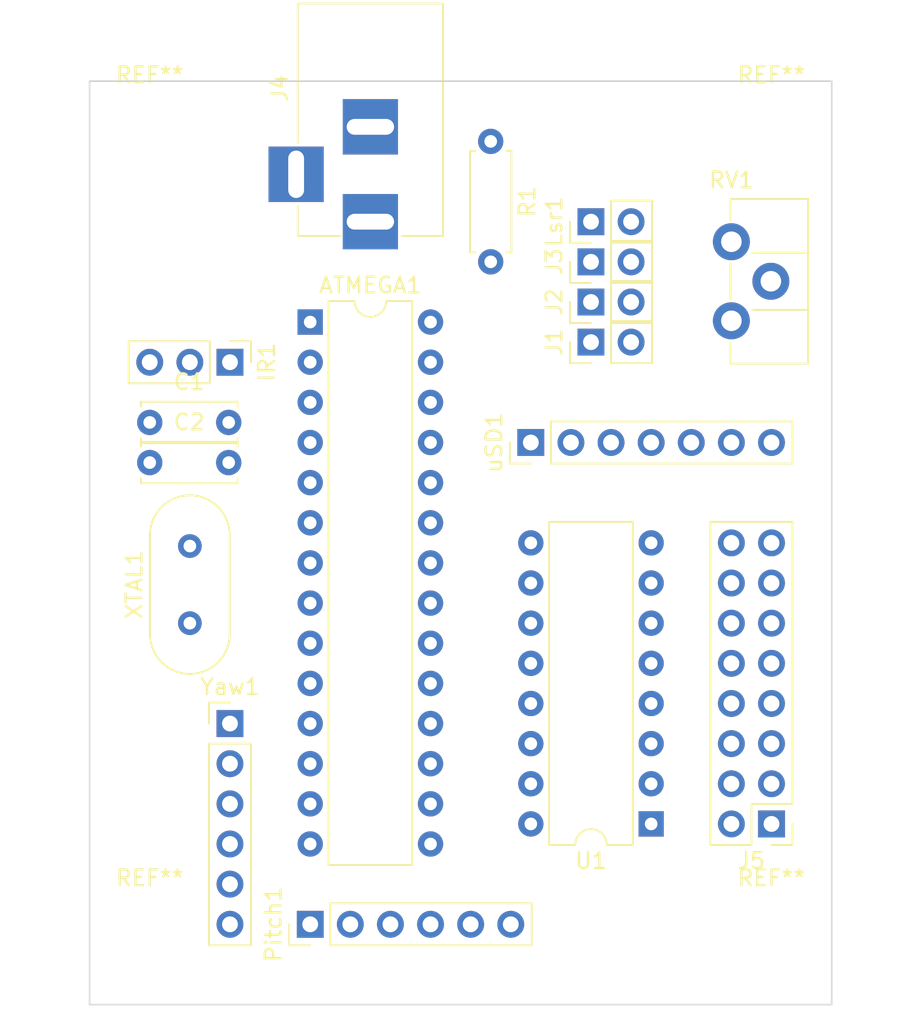
<source format=kicad_pcb>
(kicad_pcb (version 4) (host pcbnew 4.0.7)

  (general
    (links 64)
    (no_connects 64)
    (area 76.802857 69.755 135.287143 131.005)
    (thickness 1.6)
    (drawings 4)
    (tracks 0)
    (zones 0)
    (modules 21)
    (nets 41)
  )

  (page A)
  (title_block
    (title "Laser Pointer")
    (rev 1)
  )

  (layers
    (0 F.Cu signal)
    (31 B.Cu signal)
    (32 B.Adhes user)
    (33 F.Adhes user)
    (34 B.Paste user)
    (35 F.Paste user)
    (36 B.SilkS user)
    (37 F.SilkS user)
    (38 B.Mask user)
    (39 F.Mask user)
    (40 Dwgs.User user)
    (41 Cmts.User user)
    (42 Eco1.User user)
    (43 Eco2.User user)
    (44 Edge.Cuts user)
    (45 Margin user)
    (46 B.CrtYd user)
    (47 F.CrtYd user)
    (48 B.Fab user)
    (49 F.Fab user)
  )

  (setup
    (last_trace_width 0.25)
    (trace_clearance 0.2)
    (zone_clearance 0.508)
    (zone_45_only no)
    (trace_min 0.2)
    (segment_width 0.2)
    (edge_width 0.1)
    (via_size 0.6)
    (via_drill 0.4)
    (via_min_size 0.4)
    (via_min_drill 0.3)
    (uvia_size 0.3)
    (uvia_drill 0.1)
    (uvias_allowed no)
    (uvia_min_size 0.2)
    (uvia_min_drill 0.1)
    (pcb_text_width 0.3)
    (pcb_text_size 1.5 1.5)
    (mod_edge_width 0.15)
    (mod_text_size 1 1)
    (mod_text_width 0.15)
    (pad_size 1.5 1.5)
    (pad_drill 0.6)
    (pad_to_mask_clearance 0)
    (aux_axis_origin 0 0)
    (visible_elements FFFFFF7F)
    (pcbplotparams
      (layerselection 0x00030_80000001)
      (usegerberextensions false)
      (excludeedgelayer true)
      (linewidth 0.100000)
      (plotframeref false)
      (viasonmask false)
      (mode 1)
      (useauxorigin false)
      (hpglpennumber 1)
      (hpglpenspeed 20)
      (hpglpendiameter 15)
      (hpglpenoverlay 2)
      (psnegative false)
      (psa4output false)
      (plotreference true)
      (plotvalue true)
      (plotinvisibletext false)
      (padsonsilk false)
      (subtractmaskfromsilk false)
      (outputformat 1)
      (mirror false)
      (drillshape 1)
      (scaleselection 1)
      (outputdirectory ""))
  )

  (net 0 "")
  (net 1 "Net-(ATMEGA1-Pad1)")
  (net 2 /Pitch3)
  (net 3 "Net-(ATMEGA1-Pad2)")
  (net 4 /Pitch4)
  (net 5 "Net-(ATMEGA1-Pad3)")
  (net 6 /SPI_MOSI)
  (net 7 "Net-(ATMEGA1-Pad4)")
  (net 8 /SPI_MISO)
  (net 9 /Yaw1)
  (net 10 /SPI_SCK)
  (net 11 /Yaw2)
  (net 12 VCC)
  (net 13 GND)
  (net 14 "Net-(ATMEGA1-Pad9)")
  (net 15 /LCD_SS)
  (net 16 "Net-(ATMEGA1-Pad10)")
  (net 17 /uSD_SS)
  (net 18 /Yaw3)
  (net 19 "Net-(ATMEGA1-Pad25)")
  (net 20 /Yaw4)
  (net 21 "Net-(ATMEGA1-Pad26)")
  (net 22 /Pitch1)
  (net 23 "Net-(ATMEGA1-Pad27)")
  (net 24 /Pitch2)
  (net 25 "Net-(ATMEGA1-Pad28)")
  (net 26 "Net-(J5-Pad3)")
  (net 27 "Net-(J5-Pad4)")
  (net 28 "Net-(J5-Pad6)")
  (net 29 "Net-(J5-Pad7)")
  (net 30 "Net-(J5-Pad8)")
  (net 31 "Net-(J5-Pad9)")
  (net 32 "Net-(J5-Pad10)")
  (net 33 /LCD4)
  (net 34 /LCD5)
  (net 35 /LCD6)
  (net 36 /LCD7)
  (net 37 "Net-(U1-Pad9)")
  (net 38 "Net-(U1-Pad2)")
  (net 39 "Net-(U1-Pad15)")
  (net 40 "Net-(uSD1-Pad6)")

  (net_class Default "This is the default net class."
    (clearance 0.2)
    (trace_width 0.25)
    (via_dia 0.6)
    (via_drill 0.4)
    (uvia_dia 0.3)
    (uvia_drill 0.1)
    (add_net /LCD4)
    (add_net /LCD5)
    (add_net /LCD6)
    (add_net /LCD7)
    (add_net /LCD_SS)
    (add_net /Pitch1)
    (add_net /Pitch2)
    (add_net /Pitch3)
    (add_net /Pitch4)
    (add_net /SPI_MISO)
    (add_net /SPI_MOSI)
    (add_net /SPI_SCK)
    (add_net /Yaw1)
    (add_net /Yaw2)
    (add_net /Yaw3)
    (add_net /Yaw4)
    (add_net /uSD_SS)
    (add_net GND)
    (add_net "Net-(ATMEGA1-Pad1)")
    (add_net "Net-(ATMEGA1-Pad10)")
    (add_net "Net-(ATMEGA1-Pad2)")
    (add_net "Net-(ATMEGA1-Pad25)")
    (add_net "Net-(ATMEGA1-Pad26)")
    (add_net "Net-(ATMEGA1-Pad27)")
    (add_net "Net-(ATMEGA1-Pad28)")
    (add_net "Net-(ATMEGA1-Pad3)")
    (add_net "Net-(ATMEGA1-Pad4)")
    (add_net "Net-(ATMEGA1-Pad9)")
    (add_net "Net-(J5-Pad10)")
    (add_net "Net-(J5-Pad3)")
    (add_net "Net-(J5-Pad4)")
    (add_net "Net-(J5-Pad6)")
    (add_net "Net-(J5-Pad7)")
    (add_net "Net-(J5-Pad8)")
    (add_net "Net-(J5-Pad9)")
    (add_net "Net-(U1-Pad15)")
    (add_net "Net-(U1-Pad2)")
    (add_net "Net-(U1-Pad9)")
    (add_net "Net-(uSD1-Pad6)")
    (add_net VCC)
  )

  (module Housings_DIP:DIP-28_W7.62mm (layer F.Cu) (tedit 59C78D6B) (tstamp 5A95CE8B)
    (at 96.52 86.36)
    (descr "28-lead though-hole mounted DIP package, row spacing 7.62 mm (300 mils)")
    (tags "THT DIP DIL PDIP 2.54mm 7.62mm 300mil")
    (path /5A87319C)
    (fp_text reference ATMEGA1 (at 3.81 -2.33) (layer F.SilkS)
      (effects (font (size 1 1) (thickness 0.15)))
    )
    (fp_text value ATMEGA328-PU (at 3.81 35.35) (layer F.Fab)
      (effects (font (size 1 1) (thickness 0.15)))
    )
    (fp_arc (start 3.81 -1.33) (end 2.81 -1.33) (angle -180) (layer F.SilkS) (width 0.12))
    (fp_line (start 1.635 -1.27) (end 6.985 -1.27) (layer F.Fab) (width 0.1))
    (fp_line (start 6.985 -1.27) (end 6.985 34.29) (layer F.Fab) (width 0.1))
    (fp_line (start 6.985 34.29) (end 0.635 34.29) (layer F.Fab) (width 0.1))
    (fp_line (start 0.635 34.29) (end 0.635 -0.27) (layer F.Fab) (width 0.1))
    (fp_line (start 0.635 -0.27) (end 1.635 -1.27) (layer F.Fab) (width 0.1))
    (fp_line (start 2.81 -1.33) (end 1.16 -1.33) (layer F.SilkS) (width 0.12))
    (fp_line (start 1.16 -1.33) (end 1.16 34.35) (layer F.SilkS) (width 0.12))
    (fp_line (start 1.16 34.35) (end 6.46 34.35) (layer F.SilkS) (width 0.12))
    (fp_line (start 6.46 34.35) (end 6.46 -1.33) (layer F.SilkS) (width 0.12))
    (fp_line (start 6.46 -1.33) (end 4.81 -1.33) (layer F.SilkS) (width 0.12))
    (fp_line (start -1.1 -1.55) (end -1.1 34.55) (layer F.CrtYd) (width 0.05))
    (fp_line (start -1.1 34.55) (end 8.7 34.55) (layer F.CrtYd) (width 0.05))
    (fp_line (start 8.7 34.55) (end 8.7 -1.55) (layer F.CrtYd) (width 0.05))
    (fp_line (start 8.7 -1.55) (end -1.1 -1.55) (layer F.CrtYd) (width 0.05))
    (fp_text user %R (at 3.81 16.51) (layer F.Fab)
      (effects (font (size 1 1) (thickness 0.15)))
    )
    (pad 1 thru_hole rect (at 0 0) (size 1.6 1.6) (drill 0.8) (layers *.Cu *.Mask)
      (net 1 "Net-(ATMEGA1-Pad1)"))
    (pad 15 thru_hole oval (at 7.62 33.02) (size 1.6 1.6) (drill 0.8) (layers *.Cu *.Mask)
      (net 2 /Pitch3))
    (pad 2 thru_hole oval (at 0 2.54) (size 1.6 1.6) (drill 0.8) (layers *.Cu *.Mask)
      (net 3 "Net-(ATMEGA1-Pad2)"))
    (pad 16 thru_hole oval (at 7.62 30.48) (size 1.6 1.6) (drill 0.8) (layers *.Cu *.Mask)
      (net 4 /Pitch4))
    (pad 3 thru_hole oval (at 0 5.08) (size 1.6 1.6) (drill 0.8) (layers *.Cu *.Mask)
      (net 5 "Net-(ATMEGA1-Pad3)"))
    (pad 17 thru_hole oval (at 7.62 27.94) (size 1.6 1.6) (drill 0.8) (layers *.Cu *.Mask)
      (net 6 /SPI_MOSI))
    (pad 4 thru_hole oval (at 0 7.62) (size 1.6 1.6) (drill 0.8) (layers *.Cu *.Mask)
      (net 7 "Net-(ATMEGA1-Pad4)"))
    (pad 18 thru_hole oval (at 7.62 25.4) (size 1.6 1.6) (drill 0.8) (layers *.Cu *.Mask)
      (net 8 /SPI_MISO))
    (pad 5 thru_hole oval (at 0 10.16) (size 1.6 1.6) (drill 0.8) (layers *.Cu *.Mask)
      (net 9 /Yaw1))
    (pad 19 thru_hole oval (at 7.62 22.86) (size 1.6 1.6) (drill 0.8) (layers *.Cu *.Mask)
      (net 10 /SPI_SCK))
    (pad 6 thru_hole oval (at 0 12.7) (size 1.6 1.6) (drill 0.8) (layers *.Cu *.Mask)
      (net 11 /Yaw2))
    (pad 20 thru_hole oval (at 7.62 20.32) (size 1.6 1.6) (drill 0.8) (layers *.Cu *.Mask)
      (net 12 VCC))
    (pad 7 thru_hole oval (at 0 15.24) (size 1.6 1.6) (drill 0.8) (layers *.Cu *.Mask)
      (net 12 VCC))
    (pad 21 thru_hole oval (at 7.62 17.78) (size 1.6 1.6) (drill 0.8) (layers *.Cu *.Mask)
      (net 12 VCC))
    (pad 8 thru_hole oval (at 0 17.78) (size 1.6 1.6) (drill 0.8) (layers *.Cu *.Mask)
      (net 13 GND))
    (pad 22 thru_hole oval (at 7.62 15.24) (size 1.6 1.6) (drill 0.8) (layers *.Cu *.Mask)
      (net 13 GND))
    (pad 9 thru_hole oval (at 0 20.32) (size 1.6 1.6) (drill 0.8) (layers *.Cu *.Mask)
      (net 14 "Net-(ATMEGA1-Pad9)"))
    (pad 23 thru_hole oval (at 7.62 12.7) (size 1.6 1.6) (drill 0.8) (layers *.Cu *.Mask)
      (net 15 /LCD_SS))
    (pad 10 thru_hole oval (at 0 22.86) (size 1.6 1.6) (drill 0.8) (layers *.Cu *.Mask)
      (net 16 "Net-(ATMEGA1-Pad10)"))
    (pad 24 thru_hole oval (at 7.62 10.16) (size 1.6 1.6) (drill 0.8) (layers *.Cu *.Mask)
      (net 17 /uSD_SS))
    (pad 11 thru_hole oval (at 0 25.4) (size 1.6 1.6) (drill 0.8) (layers *.Cu *.Mask)
      (net 18 /Yaw3))
    (pad 25 thru_hole oval (at 7.62 7.62) (size 1.6 1.6) (drill 0.8) (layers *.Cu *.Mask)
      (net 19 "Net-(ATMEGA1-Pad25)"))
    (pad 12 thru_hole oval (at 0 27.94) (size 1.6 1.6) (drill 0.8) (layers *.Cu *.Mask)
      (net 20 /Yaw4))
    (pad 26 thru_hole oval (at 7.62 5.08) (size 1.6 1.6) (drill 0.8) (layers *.Cu *.Mask)
      (net 21 "Net-(ATMEGA1-Pad26)"))
    (pad 13 thru_hole oval (at 0 30.48) (size 1.6 1.6) (drill 0.8) (layers *.Cu *.Mask)
      (net 22 /Pitch1))
    (pad 27 thru_hole oval (at 7.62 2.54) (size 1.6 1.6) (drill 0.8) (layers *.Cu *.Mask)
      (net 23 "Net-(ATMEGA1-Pad27)"))
    (pad 14 thru_hole oval (at 0 33.02) (size 1.6 1.6) (drill 0.8) (layers *.Cu *.Mask)
      (net 24 /Pitch2))
    (pad 28 thru_hole oval (at 7.62 0) (size 1.6 1.6) (drill 0.8) (layers *.Cu *.Mask)
      (net 25 "Net-(ATMEGA1-Pad28)"))
    (model ${KISYS3DMOD}/Housings_DIP.3dshapes/DIP-28_W7.62mm.wrl
      (at (xyz 0 0 0))
      (scale (xyz 1 1 1))
      (rotate (xyz 0 0 0))
    )
  )

  (module Capacitors_THT:C_Disc_D6.0mm_W2.5mm_P5.00mm (layer F.Cu) (tedit 597BC7C2) (tstamp 5A95CE91)
    (at 86.36 92.71)
    (descr "C, Disc series, Radial, pin pitch=5.00mm, , diameter*width=6*2.5mm^2, Capacitor, http://cdn-reichelt.de/documents/datenblatt/B300/DS_KERKO_TC.pdf")
    (tags "C Disc series Radial pin pitch 5.00mm  diameter 6mm width 2.5mm Capacitor")
    (path /5A8732DE)
    (fp_text reference C1 (at 2.5 -2.56) (layer F.SilkS)
      (effects (font (size 1 1) (thickness 0.15)))
    )
    (fp_text value 22pF (at 2.5 2.56) (layer F.Fab)
      (effects (font (size 1 1) (thickness 0.15)))
    )
    (fp_line (start -0.5 -1.25) (end -0.5 1.25) (layer F.Fab) (width 0.1))
    (fp_line (start -0.5 1.25) (end 5.5 1.25) (layer F.Fab) (width 0.1))
    (fp_line (start 5.5 1.25) (end 5.5 -1.25) (layer F.Fab) (width 0.1))
    (fp_line (start 5.5 -1.25) (end -0.5 -1.25) (layer F.Fab) (width 0.1))
    (fp_line (start -0.56 -1.31) (end 5.56 -1.31) (layer F.SilkS) (width 0.12))
    (fp_line (start -0.56 1.31) (end 5.56 1.31) (layer F.SilkS) (width 0.12))
    (fp_line (start -0.56 -1.31) (end -0.56 -0.996) (layer F.SilkS) (width 0.12))
    (fp_line (start -0.56 0.996) (end -0.56 1.31) (layer F.SilkS) (width 0.12))
    (fp_line (start 5.56 -1.31) (end 5.56 -0.996) (layer F.SilkS) (width 0.12))
    (fp_line (start 5.56 0.996) (end 5.56 1.31) (layer F.SilkS) (width 0.12))
    (fp_line (start -1.05 -1.6) (end -1.05 1.6) (layer F.CrtYd) (width 0.05))
    (fp_line (start -1.05 1.6) (end 6.05 1.6) (layer F.CrtYd) (width 0.05))
    (fp_line (start 6.05 1.6) (end 6.05 -1.6) (layer F.CrtYd) (width 0.05))
    (fp_line (start 6.05 -1.6) (end -1.05 -1.6) (layer F.CrtYd) (width 0.05))
    (fp_text user %R (at 2.5 0) (layer F.Fab)
      (effects (font (size 1 1) (thickness 0.15)))
    )
    (pad 1 thru_hole circle (at 0 0) (size 1.6 1.6) (drill 0.8) (layers *.Cu *.Mask)
      (net 14 "Net-(ATMEGA1-Pad9)"))
    (pad 2 thru_hole circle (at 5 0) (size 1.6 1.6) (drill 0.8) (layers *.Cu *.Mask)
      (net 13 GND))
    (model ${KISYS3DMOD}/Capacitors_THT.3dshapes/C_Disc_D6.0mm_W2.5mm_P5.00mm.wrl
      (at (xyz 0 0 0))
      (scale (xyz 1 1 1))
      (rotate (xyz 0 0 0))
    )
  )

  (module Capacitors_THT:C_Disc_D6.0mm_W2.5mm_P5.00mm (layer F.Cu) (tedit 597BC7C2) (tstamp 5A95CE97)
    (at 86.36 95.25)
    (descr "C, Disc series, Radial, pin pitch=5.00mm, , diameter*width=6*2.5mm^2, Capacitor, http://cdn-reichelt.de/documents/datenblatt/B300/DS_KERKO_TC.pdf")
    (tags "C Disc series Radial pin pitch 5.00mm  diameter 6mm width 2.5mm Capacitor")
    (path /5A87333C)
    (fp_text reference C2 (at 2.5 -2.56) (layer F.SilkS)
      (effects (font (size 1 1) (thickness 0.15)))
    )
    (fp_text value 22pF (at 2.5 2.56) (layer F.Fab)
      (effects (font (size 1 1) (thickness 0.15)))
    )
    (fp_line (start -0.5 -1.25) (end -0.5 1.25) (layer F.Fab) (width 0.1))
    (fp_line (start -0.5 1.25) (end 5.5 1.25) (layer F.Fab) (width 0.1))
    (fp_line (start 5.5 1.25) (end 5.5 -1.25) (layer F.Fab) (width 0.1))
    (fp_line (start 5.5 -1.25) (end -0.5 -1.25) (layer F.Fab) (width 0.1))
    (fp_line (start -0.56 -1.31) (end 5.56 -1.31) (layer F.SilkS) (width 0.12))
    (fp_line (start -0.56 1.31) (end 5.56 1.31) (layer F.SilkS) (width 0.12))
    (fp_line (start -0.56 -1.31) (end -0.56 -0.996) (layer F.SilkS) (width 0.12))
    (fp_line (start -0.56 0.996) (end -0.56 1.31) (layer F.SilkS) (width 0.12))
    (fp_line (start 5.56 -1.31) (end 5.56 -0.996) (layer F.SilkS) (width 0.12))
    (fp_line (start 5.56 0.996) (end 5.56 1.31) (layer F.SilkS) (width 0.12))
    (fp_line (start -1.05 -1.6) (end -1.05 1.6) (layer F.CrtYd) (width 0.05))
    (fp_line (start -1.05 1.6) (end 6.05 1.6) (layer F.CrtYd) (width 0.05))
    (fp_line (start 6.05 1.6) (end 6.05 -1.6) (layer F.CrtYd) (width 0.05))
    (fp_line (start 6.05 -1.6) (end -1.05 -1.6) (layer F.CrtYd) (width 0.05))
    (fp_text user %R (at 2.5 0) (layer F.Fab)
      (effects (font (size 1 1) (thickness 0.15)))
    )
    (pad 1 thru_hole circle (at 0 0) (size 1.6 1.6) (drill 0.8) (layers *.Cu *.Mask)
      (net 16 "Net-(ATMEGA1-Pad10)"))
    (pad 2 thru_hole circle (at 5 0) (size 1.6 1.6) (drill 0.8) (layers *.Cu *.Mask)
      (net 13 GND))
    (model ${KISYS3DMOD}/Capacitors_THT.3dshapes/C_Disc_D6.0mm_W2.5mm_P5.00mm.wrl
      (at (xyz 0 0 0))
      (scale (xyz 1 1 1))
      (rotate (xyz 0 0 0))
    )
  )

  (module Pin_Headers:Pin_Header_Straight_1x02_Pitch2.54mm (layer F.Cu) (tedit 59650532) (tstamp 5A95CEA3)
    (at 114.3 87.63 90)
    (descr "Through hole straight pin header, 1x02, 2.54mm pitch, single row")
    (tags "Through hole pin header THT 1x02 2.54mm single row")
    (path /5A8C9759)
    (fp_text reference J1 (at 0 -2.33 90) (layer F.SilkS)
      (effects (font (size 1 1) (thickness 0.15)))
    )
    (fp_text value S1 (at 0 4.87 90) (layer F.Fab)
      (effects (font (size 1 1) (thickness 0.15)))
    )
    (fp_line (start -0.635 -1.27) (end 1.27 -1.27) (layer F.Fab) (width 0.1))
    (fp_line (start 1.27 -1.27) (end 1.27 3.81) (layer F.Fab) (width 0.1))
    (fp_line (start 1.27 3.81) (end -1.27 3.81) (layer F.Fab) (width 0.1))
    (fp_line (start -1.27 3.81) (end -1.27 -0.635) (layer F.Fab) (width 0.1))
    (fp_line (start -1.27 -0.635) (end -0.635 -1.27) (layer F.Fab) (width 0.1))
    (fp_line (start -1.33 3.87) (end 1.33 3.87) (layer F.SilkS) (width 0.12))
    (fp_line (start -1.33 1.27) (end -1.33 3.87) (layer F.SilkS) (width 0.12))
    (fp_line (start 1.33 1.27) (end 1.33 3.87) (layer F.SilkS) (width 0.12))
    (fp_line (start -1.33 1.27) (end 1.33 1.27) (layer F.SilkS) (width 0.12))
    (fp_line (start -1.33 0) (end -1.33 -1.33) (layer F.SilkS) (width 0.12))
    (fp_line (start -1.33 -1.33) (end 0 -1.33) (layer F.SilkS) (width 0.12))
    (fp_line (start -1.8 -1.8) (end -1.8 4.35) (layer F.CrtYd) (width 0.05))
    (fp_line (start -1.8 4.35) (end 1.8 4.35) (layer F.CrtYd) (width 0.05))
    (fp_line (start 1.8 4.35) (end 1.8 -1.8) (layer F.CrtYd) (width 0.05))
    (fp_line (start 1.8 -1.8) (end -1.8 -1.8) (layer F.CrtYd) (width 0.05))
    (fp_text user %R (at 0 1.27 180) (layer F.Fab)
      (effects (font (size 1 1) (thickness 0.15)))
    )
    (pad 1 thru_hole rect (at 0 0 90) (size 1.7 1.7) (drill 1) (layers *.Cu *.Mask)
      (net 19 "Net-(ATMEGA1-Pad25)"))
    (pad 2 thru_hole oval (at 0 2.54 90) (size 1.7 1.7) (drill 1) (layers *.Cu *.Mask)
      (net 13 GND))
    (model ${KISYS3DMOD}/Pin_Headers.3dshapes/Pin_Header_Straight_1x02_Pitch2.54mm.wrl
      (at (xyz 0 0 0))
      (scale (xyz 1 1 1))
      (rotate (xyz 0 0 0))
    )
  )

  (module Pin_Headers:Pin_Header_Straight_1x02_Pitch2.54mm (layer F.Cu) (tedit 59650532) (tstamp 5A95CEA9)
    (at 114.3 85.09 90)
    (descr "Through hole straight pin header, 1x02, 2.54mm pitch, single row")
    (tags "Through hole pin header THT 1x02 2.54mm single row")
    (path /5A8C9710)
    (fp_text reference J2 (at 0 -2.33 90) (layer F.SilkS)
      (effects (font (size 1 1) (thickness 0.15)))
    )
    (fp_text value S2 (at 0 4.87 90) (layer F.Fab)
      (effects (font (size 1 1) (thickness 0.15)))
    )
    (fp_line (start -0.635 -1.27) (end 1.27 -1.27) (layer F.Fab) (width 0.1))
    (fp_line (start 1.27 -1.27) (end 1.27 3.81) (layer F.Fab) (width 0.1))
    (fp_line (start 1.27 3.81) (end -1.27 3.81) (layer F.Fab) (width 0.1))
    (fp_line (start -1.27 3.81) (end -1.27 -0.635) (layer F.Fab) (width 0.1))
    (fp_line (start -1.27 -0.635) (end -0.635 -1.27) (layer F.Fab) (width 0.1))
    (fp_line (start -1.33 3.87) (end 1.33 3.87) (layer F.SilkS) (width 0.12))
    (fp_line (start -1.33 1.27) (end -1.33 3.87) (layer F.SilkS) (width 0.12))
    (fp_line (start 1.33 1.27) (end 1.33 3.87) (layer F.SilkS) (width 0.12))
    (fp_line (start -1.33 1.27) (end 1.33 1.27) (layer F.SilkS) (width 0.12))
    (fp_line (start -1.33 0) (end -1.33 -1.33) (layer F.SilkS) (width 0.12))
    (fp_line (start -1.33 -1.33) (end 0 -1.33) (layer F.SilkS) (width 0.12))
    (fp_line (start -1.8 -1.8) (end -1.8 4.35) (layer F.CrtYd) (width 0.05))
    (fp_line (start -1.8 4.35) (end 1.8 4.35) (layer F.CrtYd) (width 0.05))
    (fp_line (start 1.8 4.35) (end 1.8 -1.8) (layer F.CrtYd) (width 0.05))
    (fp_line (start 1.8 -1.8) (end -1.8 -1.8) (layer F.CrtYd) (width 0.05))
    (fp_text user %R (at 0 1.27 180) (layer F.Fab)
      (effects (font (size 1 1) (thickness 0.15)))
    )
    (pad 1 thru_hole rect (at 0 0 90) (size 1.7 1.7) (drill 1) (layers *.Cu *.Mask)
      (net 21 "Net-(ATMEGA1-Pad26)"))
    (pad 2 thru_hole oval (at 0 2.54 90) (size 1.7 1.7) (drill 1) (layers *.Cu *.Mask)
      (net 13 GND))
    (model ${KISYS3DMOD}/Pin_Headers.3dshapes/Pin_Header_Straight_1x02_Pitch2.54mm.wrl
      (at (xyz 0 0 0))
      (scale (xyz 1 1 1))
      (rotate (xyz 0 0 0))
    )
  )

  (module Pin_Headers:Pin_Header_Straight_1x02_Pitch2.54mm (layer F.Cu) (tedit 59650532) (tstamp 5A95CEAF)
    (at 114.3 82.55 90)
    (descr "Through hole straight pin header, 1x02, 2.54mm pitch, single row")
    (tags "Through hole pin header THT 1x02 2.54mm single row")
    (path /5A8C96B5)
    (fp_text reference J3 (at 0 -2.33 90) (layer F.SilkS)
      (effects (font (size 1 1) (thickness 0.15)))
    )
    (fp_text value S3 (at 0 4.87 90) (layer F.Fab)
      (effects (font (size 1 1) (thickness 0.15)))
    )
    (fp_line (start -0.635 -1.27) (end 1.27 -1.27) (layer F.Fab) (width 0.1))
    (fp_line (start 1.27 -1.27) (end 1.27 3.81) (layer F.Fab) (width 0.1))
    (fp_line (start 1.27 3.81) (end -1.27 3.81) (layer F.Fab) (width 0.1))
    (fp_line (start -1.27 3.81) (end -1.27 -0.635) (layer F.Fab) (width 0.1))
    (fp_line (start -1.27 -0.635) (end -0.635 -1.27) (layer F.Fab) (width 0.1))
    (fp_line (start -1.33 3.87) (end 1.33 3.87) (layer F.SilkS) (width 0.12))
    (fp_line (start -1.33 1.27) (end -1.33 3.87) (layer F.SilkS) (width 0.12))
    (fp_line (start 1.33 1.27) (end 1.33 3.87) (layer F.SilkS) (width 0.12))
    (fp_line (start -1.33 1.27) (end 1.33 1.27) (layer F.SilkS) (width 0.12))
    (fp_line (start -1.33 0) (end -1.33 -1.33) (layer F.SilkS) (width 0.12))
    (fp_line (start -1.33 -1.33) (end 0 -1.33) (layer F.SilkS) (width 0.12))
    (fp_line (start -1.8 -1.8) (end -1.8 4.35) (layer F.CrtYd) (width 0.05))
    (fp_line (start -1.8 4.35) (end 1.8 4.35) (layer F.CrtYd) (width 0.05))
    (fp_line (start 1.8 4.35) (end 1.8 -1.8) (layer F.CrtYd) (width 0.05))
    (fp_line (start 1.8 -1.8) (end -1.8 -1.8) (layer F.CrtYd) (width 0.05))
    (fp_text user %R (at 0 1.27 180) (layer F.Fab)
      (effects (font (size 1 1) (thickness 0.15)))
    )
    (pad 1 thru_hole rect (at 0 0 90) (size 1.7 1.7) (drill 1) (layers *.Cu *.Mask)
      (net 23 "Net-(ATMEGA1-Pad27)"))
    (pad 2 thru_hole oval (at 0 2.54 90) (size 1.7 1.7) (drill 1) (layers *.Cu *.Mask)
      (net 13 GND))
    (model ${KISYS3DMOD}/Pin_Headers.3dshapes/Pin_Header_Straight_1x02_Pitch2.54mm.wrl
      (at (xyz 0 0 0))
      (scale (xyz 1 1 1))
      (rotate (xyz 0 0 0))
    )
  )

  (module Connectors:BARREL_JACK (layer F.Cu) (tedit 5861378E) (tstamp 5A95CEB6)
    (at 100.33 80.01 270)
    (descr "DC Barrel Jack")
    (tags "Power Jack")
    (path /5A873707)
    (fp_text reference J4 (at -8.45 5.75 450) (layer F.SilkS)
      (effects (font (size 1 1) (thickness 0.15)))
    )
    (fp_text value Barrel_Jack (at -6.2 -5.5 270) (layer F.Fab)
      (effects (font (size 1 1) (thickness 0.15)))
    )
    (fp_line (start 1 -4.5) (end 1 -4.75) (layer F.CrtYd) (width 0.05))
    (fp_line (start 1 -4.75) (end -14 -4.75) (layer F.CrtYd) (width 0.05))
    (fp_line (start 1 -4.5) (end 1 -2) (layer F.CrtYd) (width 0.05))
    (fp_line (start 1 -2) (end 2 -2) (layer F.CrtYd) (width 0.05))
    (fp_line (start 2 -2) (end 2 2) (layer F.CrtYd) (width 0.05))
    (fp_line (start 2 2) (end 1 2) (layer F.CrtYd) (width 0.05))
    (fp_line (start 1 2) (end 1 4.75) (layer F.CrtYd) (width 0.05))
    (fp_line (start 1 4.75) (end -1 4.75) (layer F.CrtYd) (width 0.05))
    (fp_line (start -1 4.75) (end -1 6.75) (layer F.CrtYd) (width 0.05))
    (fp_line (start -1 6.75) (end -5 6.75) (layer F.CrtYd) (width 0.05))
    (fp_line (start -5 6.75) (end -5 4.75) (layer F.CrtYd) (width 0.05))
    (fp_line (start -5 4.75) (end -14 4.75) (layer F.CrtYd) (width 0.05))
    (fp_line (start -14 4.75) (end -14 -4.75) (layer F.CrtYd) (width 0.05))
    (fp_line (start -5 4.6) (end -13.8 4.6) (layer F.SilkS) (width 0.12))
    (fp_line (start -13.8 4.6) (end -13.8 -4.6) (layer F.SilkS) (width 0.12))
    (fp_line (start 0.9 1.9) (end 0.9 4.6) (layer F.SilkS) (width 0.12))
    (fp_line (start 0.9 4.6) (end -1 4.6) (layer F.SilkS) (width 0.12))
    (fp_line (start -13.8 -4.6) (end 0.9 -4.6) (layer F.SilkS) (width 0.12))
    (fp_line (start 0.9 -4.6) (end 0.9 -2) (layer F.SilkS) (width 0.12))
    (fp_line (start -10.2 -4.5) (end -10.2 4.5) (layer F.Fab) (width 0.1))
    (fp_line (start -13.7 -4.5) (end -13.7 4.5) (layer F.Fab) (width 0.1))
    (fp_line (start -13.7 4.5) (end 0.8 4.5) (layer F.Fab) (width 0.1))
    (fp_line (start 0.8 4.5) (end 0.8 -4.5) (layer F.Fab) (width 0.1))
    (fp_line (start 0.8 -4.5) (end -13.7 -4.5) (layer F.Fab) (width 0.1))
    (pad 1 thru_hole rect (at 0 0 270) (size 3.5 3.5) (drill oval 1 3) (layers *.Cu *.Mask)
      (net 12 VCC))
    (pad 2 thru_hole rect (at -6 0 270) (size 3.5 3.5) (drill oval 1 3) (layers *.Cu *.Mask)
      (net 13 GND))
    (pad 3 thru_hole rect (at -3 4.7 270) (size 3.5 3.5) (drill oval 3 1) (layers *.Cu *.Mask)
      (net 13 GND))
  )

  (module Pin_Headers:Pin_Header_Straight_2x08_Pitch2.54mm (layer F.Cu) (tedit 59650532) (tstamp 5A95CECA)
    (at 125.73 118.11 180)
    (descr "Through hole straight pin header, 2x08, 2.54mm pitch, double rows")
    (tags "Through hole pin header THT 2x08 2.54mm double row")
    (path /5A873659)
    (fp_text reference J5 (at 1.27 -2.33 180) (layer F.SilkS)
      (effects (font (size 1 1) (thickness 0.15)))
    )
    (fp_text value LCD (at 1.27 20.11 180) (layer F.Fab)
      (effects (font (size 1 1) (thickness 0.15)))
    )
    (fp_line (start 0 -1.27) (end 3.81 -1.27) (layer F.Fab) (width 0.1))
    (fp_line (start 3.81 -1.27) (end 3.81 19.05) (layer F.Fab) (width 0.1))
    (fp_line (start 3.81 19.05) (end -1.27 19.05) (layer F.Fab) (width 0.1))
    (fp_line (start -1.27 19.05) (end -1.27 0) (layer F.Fab) (width 0.1))
    (fp_line (start -1.27 0) (end 0 -1.27) (layer F.Fab) (width 0.1))
    (fp_line (start -1.33 19.11) (end 3.87 19.11) (layer F.SilkS) (width 0.12))
    (fp_line (start -1.33 1.27) (end -1.33 19.11) (layer F.SilkS) (width 0.12))
    (fp_line (start 3.87 -1.33) (end 3.87 19.11) (layer F.SilkS) (width 0.12))
    (fp_line (start -1.33 1.27) (end 1.27 1.27) (layer F.SilkS) (width 0.12))
    (fp_line (start 1.27 1.27) (end 1.27 -1.33) (layer F.SilkS) (width 0.12))
    (fp_line (start 1.27 -1.33) (end 3.87 -1.33) (layer F.SilkS) (width 0.12))
    (fp_line (start -1.33 0) (end -1.33 -1.33) (layer F.SilkS) (width 0.12))
    (fp_line (start -1.33 -1.33) (end 0 -1.33) (layer F.SilkS) (width 0.12))
    (fp_line (start -1.8 -1.8) (end -1.8 19.55) (layer F.CrtYd) (width 0.05))
    (fp_line (start -1.8 19.55) (end 4.35 19.55) (layer F.CrtYd) (width 0.05))
    (fp_line (start 4.35 19.55) (end 4.35 -1.8) (layer F.CrtYd) (width 0.05))
    (fp_line (start 4.35 -1.8) (end -1.8 -1.8) (layer F.CrtYd) (width 0.05))
    (fp_text user %R (at 1.27 8.89 270) (layer F.Fab)
      (effects (font (size 1 1) (thickness 0.15)))
    )
    (pad 1 thru_hole rect (at 0 0 180) (size 1.7 1.7) (drill 1) (layers *.Cu *.Mask)
      (net 13 GND))
    (pad 2 thru_hole oval (at 2.54 0 180) (size 1.7 1.7) (drill 1) (layers *.Cu *.Mask)
      (net 12 VCC))
    (pad 3 thru_hole oval (at 0 2.54 180) (size 1.7 1.7) (drill 1) (layers *.Cu *.Mask)
      (net 26 "Net-(J5-Pad3)"))
    (pad 4 thru_hole oval (at 2.54 2.54 180) (size 1.7 1.7) (drill 1) (layers *.Cu *.Mask)
      (net 27 "Net-(J5-Pad4)"))
    (pad 5 thru_hole oval (at 0 5.08 180) (size 1.7 1.7) (drill 1) (layers *.Cu *.Mask)
      (net 13 GND))
    (pad 6 thru_hole oval (at 2.54 5.08 180) (size 1.7 1.7) (drill 1) (layers *.Cu *.Mask)
      (net 28 "Net-(J5-Pad6)"))
    (pad 7 thru_hole oval (at 0 7.62 180) (size 1.7 1.7) (drill 1) (layers *.Cu *.Mask)
      (net 29 "Net-(J5-Pad7)"))
    (pad 8 thru_hole oval (at 2.54 7.62 180) (size 1.7 1.7) (drill 1) (layers *.Cu *.Mask)
      (net 30 "Net-(J5-Pad8)"))
    (pad 9 thru_hole oval (at 0 10.16 180) (size 1.7 1.7) (drill 1) (layers *.Cu *.Mask)
      (net 31 "Net-(J5-Pad9)"))
    (pad 10 thru_hole oval (at 2.54 10.16 180) (size 1.7 1.7) (drill 1) (layers *.Cu *.Mask)
      (net 32 "Net-(J5-Pad10)"))
    (pad 11 thru_hole oval (at 0 12.7 180) (size 1.7 1.7) (drill 1) (layers *.Cu *.Mask)
      (net 33 /LCD4))
    (pad 12 thru_hole oval (at 2.54 12.7 180) (size 1.7 1.7) (drill 1) (layers *.Cu *.Mask)
      (net 34 /LCD5))
    (pad 13 thru_hole oval (at 0 15.24 180) (size 1.7 1.7) (drill 1) (layers *.Cu *.Mask)
      (net 35 /LCD6))
    (pad 14 thru_hole oval (at 2.54 15.24 180) (size 1.7 1.7) (drill 1) (layers *.Cu *.Mask)
      (net 36 /LCD7))
    (pad 15 thru_hole oval (at 0 17.78 180) (size 1.7 1.7) (drill 1) (layers *.Cu *.Mask)
      (net 12 VCC))
    (pad 16 thru_hole oval (at 2.54 17.78 180) (size 1.7 1.7) (drill 1) (layers *.Cu *.Mask)
      (net 13 GND))
    (model ${KISYS3DMOD}/Pin_Headers.3dshapes/Pin_Header_Straight_2x08_Pitch2.54mm.wrl
      (at (xyz 0 0 0))
      (scale (xyz 1 1 1))
      (rotate (xyz 0 0 0))
    )
  )

  (module Pin_Headers:Pin_Header_Straight_1x02_Pitch2.54mm (layer F.Cu) (tedit 59650532) (tstamp 5A95CED0)
    (at 114.3 80.01 90)
    (descr "Through hole straight pin header, 1x02, 2.54mm pitch, single row")
    (tags "Through hole pin header THT 1x02 2.54mm single row")
    (path /5A873504)
    (fp_text reference Lsr1 (at 0 -2.33 90) (layer F.SilkS)
      (effects (font (size 1 1) (thickness 0.15)))
    )
    (fp_text value LASER (at 0 4.87 90) (layer F.Fab)
      (effects (font (size 1 1) (thickness 0.15)))
    )
    (fp_line (start -0.635 -1.27) (end 1.27 -1.27) (layer F.Fab) (width 0.1))
    (fp_line (start 1.27 -1.27) (end 1.27 3.81) (layer F.Fab) (width 0.1))
    (fp_line (start 1.27 3.81) (end -1.27 3.81) (layer F.Fab) (width 0.1))
    (fp_line (start -1.27 3.81) (end -1.27 -0.635) (layer F.Fab) (width 0.1))
    (fp_line (start -1.27 -0.635) (end -0.635 -1.27) (layer F.Fab) (width 0.1))
    (fp_line (start -1.33 3.87) (end 1.33 3.87) (layer F.SilkS) (width 0.12))
    (fp_line (start -1.33 1.27) (end -1.33 3.87) (layer F.SilkS) (width 0.12))
    (fp_line (start 1.33 1.27) (end 1.33 3.87) (layer F.SilkS) (width 0.12))
    (fp_line (start -1.33 1.27) (end 1.33 1.27) (layer F.SilkS) (width 0.12))
    (fp_line (start -1.33 0) (end -1.33 -1.33) (layer F.SilkS) (width 0.12))
    (fp_line (start -1.33 -1.33) (end 0 -1.33) (layer F.SilkS) (width 0.12))
    (fp_line (start -1.8 -1.8) (end -1.8 4.35) (layer F.CrtYd) (width 0.05))
    (fp_line (start -1.8 4.35) (end 1.8 4.35) (layer F.CrtYd) (width 0.05))
    (fp_line (start 1.8 4.35) (end 1.8 -1.8) (layer F.CrtYd) (width 0.05))
    (fp_line (start 1.8 -1.8) (end -1.8 -1.8) (layer F.CrtYd) (width 0.05))
    (fp_text user %R (at 0 1.27 180) (layer F.Fab)
      (effects (font (size 1 1) (thickness 0.15)))
    )
    (pad 1 thru_hole rect (at 0 0 90) (size 1.7 1.7) (drill 1) (layers *.Cu *.Mask)
      (net 25 "Net-(ATMEGA1-Pad28)"))
    (pad 2 thru_hole oval (at 0 2.54 90) (size 1.7 1.7) (drill 1) (layers *.Cu *.Mask)
      (net 13 GND))
    (model ${KISYS3DMOD}/Pin_Headers.3dshapes/Pin_Header_Straight_1x02_Pitch2.54mm.wrl
      (at (xyz 0 0 0))
      (scale (xyz 1 1 1))
      (rotate (xyz 0 0 0))
    )
  )

  (module Pin_Headers:Pin_Header_Straight_1x06_Pitch2.54mm (layer F.Cu) (tedit 59650532) (tstamp 5A95CEDA)
    (at 96.52 124.46 90)
    (descr "Through hole straight pin header, 1x06, 2.54mm pitch, single row")
    (tags "Through hole pin header THT 1x06 2.54mm single row")
    (path /5A87349D)
    (fp_text reference Pitch1 (at 0 -2.33 90) (layer F.SilkS)
      (effects (font (size 1 1) (thickness 0.15)))
    )
    (fp_text value Pitch (at 0 15.03 90) (layer F.Fab)
      (effects (font (size 1 1) (thickness 0.15)))
    )
    (fp_line (start -0.635 -1.27) (end 1.27 -1.27) (layer F.Fab) (width 0.1))
    (fp_line (start 1.27 -1.27) (end 1.27 13.97) (layer F.Fab) (width 0.1))
    (fp_line (start 1.27 13.97) (end -1.27 13.97) (layer F.Fab) (width 0.1))
    (fp_line (start -1.27 13.97) (end -1.27 -0.635) (layer F.Fab) (width 0.1))
    (fp_line (start -1.27 -0.635) (end -0.635 -1.27) (layer F.Fab) (width 0.1))
    (fp_line (start -1.33 14.03) (end 1.33 14.03) (layer F.SilkS) (width 0.12))
    (fp_line (start -1.33 1.27) (end -1.33 14.03) (layer F.SilkS) (width 0.12))
    (fp_line (start 1.33 1.27) (end 1.33 14.03) (layer F.SilkS) (width 0.12))
    (fp_line (start -1.33 1.27) (end 1.33 1.27) (layer F.SilkS) (width 0.12))
    (fp_line (start -1.33 0) (end -1.33 -1.33) (layer F.SilkS) (width 0.12))
    (fp_line (start -1.33 -1.33) (end 0 -1.33) (layer F.SilkS) (width 0.12))
    (fp_line (start -1.8 -1.8) (end -1.8 14.5) (layer F.CrtYd) (width 0.05))
    (fp_line (start -1.8 14.5) (end 1.8 14.5) (layer F.CrtYd) (width 0.05))
    (fp_line (start 1.8 14.5) (end 1.8 -1.8) (layer F.CrtYd) (width 0.05))
    (fp_line (start 1.8 -1.8) (end -1.8 -1.8) (layer F.CrtYd) (width 0.05))
    (fp_text user %R (at 0 6.35 180) (layer F.Fab)
      (effects (font (size 1 1) (thickness 0.15)))
    )
    (pad 1 thru_hole rect (at 0 0 90) (size 1.7 1.7) (drill 1) (layers *.Cu *.Mask)
      (net 12 VCC))
    (pad 2 thru_hole oval (at 0 2.54 90) (size 1.7 1.7) (drill 1) (layers *.Cu *.Mask)
      (net 22 /Pitch1))
    (pad 3 thru_hole oval (at 0 5.08 90) (size 1.7 1.7) (drill 1) (layers *.Cu *.Mask)
      (net 24 /Pitch2))
    (pad 4 thru_hole oval (at 0 7.62 90) (size 1.7 1.7) (drill 1) (layers *.Cu *.Mask)
      (net 2 /Pitch3))
    (pad 5 thru_hole oval (at 0 10.16 90) (size 1.7 1.7) (drill 1) (layers *.Cu *.Mask)
      (net 4 /Pitch4))
    (pad 6 thru_hole oval (at 0 12.7 90) (size 1.7 1.7) (drill 1) (layers *.Cu *.Mask)
      (net 13 GND))
    (model ${KISYS3DMOD}/Pin_Headers.3dshapes/Pin_Header_Straight_1x06_Pitch2.54mm.wrl
      (at (xyz 0 0 0))
      (scale (xyz 1 1 1))
      (rotate (xyz 0 0 0))
    )
  )

  (module Resistors_THT:R_Axial_DIN0207_L6.3mm_D2.5mm_P7.62mm_Horizontal (layer F.Cu) (tedit 5874F706) (tstamp 5A95CEE0)
    (at 107.95 74.93 270)
    (descr "Resistor, Axial_DIN0207 series, Axial, Horizontal, pin pitch=7.62mm, 0.25W = 1/4W, length*diameter=6.3*2.5mm^2, http://cdn-reichelt.de/documents/datenblatt/B400/1_4W%23YAG.pdf")
    (tags "Resistor Axial_DIN0207 series Axial Horizontal pin pitch 7.62mm 0.25W = 1/4W length 6.3mm diameter 2.5mm")
    (path /5A8C95D9)
    (fp_text reference R1 (at 3.81 -2.31 270) (layer F.SilkS)
      (effects (font (size 1 1) (thickness 0.15)))
    )
    (fp_text value 10k (at 3.81 2.31 270) (layer F.Fab)
      (effects (font (size 1 1) (thickness 0.15)))
    )
    (fp_line (start 0.66 -1.25) (end 0.66 1.25) (layer F.Fab) (width 0.1))
    (fp_line (start 0.66 1.25) (end 6.96 1.25) (layer F.Fab) (width 0.1))
    (fp_line (start 6.96 1.25) (end 6.96 -1.25) (layer F.Fab) (width 0.1))
    (fp_line (start 6.96 -1.25) (end 0.66 -1.25) (layer F.Fab) (width 0.1))
    (fp_line (start 0 0) (end 0.66 0) (layer F.Fab) (width 0.1))
    (fp_line (start 7.62 0) (end 6.96 0) (layer F.Fab) (width 0.1))
    (fp_line (start 0.6 -0.98) (end 0.6 -1.31) (layer F.SilkS) (width 0.12))
    (fp_line (start 0.6 -1.31) (end 7.02 -1.31) (layer F.SilkS) (width 0.12))
    (fp_line (start 7.02 -1.31) (end 7.02 -0.98) (layer F.SilkS) (width 0.12))
    (fp_line (start 0.6 0.98) (end 0.6 1.31) (layer F.SilkS) (width 0.12))
    (fp_line (start 0.6 1.31) (end 7.02 1.31) (layer F.SilkS) (width 0.12))
    (fp_line (start 7.02 1.31) (end 7.02 0.98) (layer F.SilkS) (width 0.12))
    (fp_line (start -1.05 -1.6) (end -1.05 1.6) (layer F.CrtYd) (width 0.05))
    (fp_line (start -1.05 1.6) (end 8.7 1.6) (layer F.CrtYd) (width 0.05))
    (fp_line (start 8.7 1.6) (end 8.7 -1.6) (layer F.CrtYd) (width 0.05))
    (fp_line (start 8.7 -1.6) (end -1.05 -1.6) (layer F.CrtYd) (width 0.05))
    (pad 1 thru_hole circle (at 0 0 270) (size 1.6 1.6) (drill 0.8) (layers *.Cu *.Mask)
      (net 12 VCC))
    (pad 2 thru_hole oval (at 7.62 0 270) (size 1.6 1.6) (drill 0.8) (layers *.Cu *.Mask)
      (net 1 "Net-(ATMEGA1-Pad1)"))
    (model ${KISYS3DMOD}/Resistors_THT.3dshapes/R_Axial_DIN0207_L6.3mm_D2.5mm_P7.62mm_Horizontal.wrl
      (at (xyz 0 0 0))
      (scale (xyz 0.393701 0.393701 0.393701))
      (rotate (xyz 0 0 0))
    )
  )

  (module Potentiometers:Potentiometer_Trimmer_Piher_PT-10h2.5_Vertical_Px2.5mm_Py5.0mm (layer F.Cu) (tedit 58826B09) (tstamp 5A95CEE7)
    (at 123.19 81.28)
    (descr "Potentiometer, vertically mounted, Omeg PC16PU, Omeg PC16PU, Omeg PC16PU, Vishay/Spectrol 248GJ/249GJ Single, Vishay/Spectrol 248GJ/249GJ Single, Vishay/Spectrol 248GJ/249GJ Single, Vishay/Spectrol 248GH/249GH Single, Vishay/Spectrol 148/149 Single, Vishay/Spectrol 148/149 Single, Vishay/Spectrol 148/149 Single, Vishay/Spectrol 148A/149A Single with mounting plates, Vishay/Spectrol 148/149 Double, Vishay/Spectrol 148A/149A Double with mounting plates, Piher PC-16 Single, Piher PC-16 Single, Piher PC-16 Single, Piher PC-16SV Single, Piher PC-16 Double, Piher PC-16 Triple, Piher T16H Single, Piher T16L Single, Piher T16H Double, Alps RK163 Single, Alps RK163 Double, Alps RK097 Single, Alps RK097 Double, Bourns PTV09A-2 Single with mounting sleve Single, Bourns PTV09A-1 with mounting sleve Single, Bourns PRS11S Single, Alps RK09K Single with mounting sleve Single, Alps RK09K with mounting sleve Single, Alps RK09L Single, Alps RK09L Single, Alps RK09L Double, Alps RK09L Double, Alps RK09Y Single, Bourns 3339S Single, Bourns 3339S Single, Bourns 3339P Single, Bourns 3339H Single, Vishay T7YA Single, Suntan TSR-3386H Single, Suntan TSR-3386H Single, Suntan TSR-3386P Single, Vishay T73XX Single, Vishay T73XX Single, Vishay T73YP Single, Piher PT-6h Single, Piher PT-6v Single, Piher PT-6v Single, Piher PT-10h2.5 Single, http://www.piher-nacesa.com/pdf/12-PT10v03.pdf")
    (tags "Potentiometer vertical  Omeg PC16PU  Omeg PC16PU  Omeg PC16PU  Vishay/Spectrol 248GJ/249GJ Single  Vishay/Spectrol 248GJ/249GJ Single  Vishay/Spectrol 248GJ/249GJ Single  Vishay/Spectrol 248GH/249GH Single  Vishay/Spectrol 148/149 Single  Vishay/Spectrol 148/149 Single  Vishay/Spectrol 148/149 Single  Vishay/Spectrol 148A/149A Single with mounting plates  Vishay/Spectrol 148/149 Double  Vishay/Spectrol 148A/149A Double with mounting plates  Piher PC-16 Single  Piher PC-16 Single  Piher PC-16 Single  Piher PC-16SV Single  Piher PC-16 Double  Piher PC-16 Triple  Piher T16H Single  Piher T16L Single  Piher T16H Double  Alps RK163 Single  Alps RK163 Double  Alps RK097 Single  Alps RK097 Double  Bourns PTV09A-2 Single with mounting sleve Single  Bourns PTV09A-1 with mounting sleve Single  Bourns PRS11S Single  Alps RK09K Single with mounting sleve Single  Alps RK09K with mounting sleve Single  Alps RK09L Single  Alps RK09L Single  Alps RK09L Double  Alps RK09L Double  Alps RK09Y Single  Bourns 3339S Single  Bourns 3339S Single  Bourns 3339P Single  Bourns 3339H Single  Vishay T7YA Single  Suntan TSR-3386H Single  Suntan TSR-3386H Single  Suntan TSR-3386P Single  Vishay T73XX Single  Vishay T73XX Single  Vishay T73YP Single  Piher PT-6h Single  Piher PT-6v Single  Piher PT-6v Single  Piher PT-10h2.5 Single")
    (path /5A8C7B04)
    (fp_text reference RV1 (at 0 -3.9) (layer F.SilkS)
      (effects (font (size 1 1) (thickness 0.15)))
    )
    (fp_text value POT_TRIM (at 0 8.9) (layer F.Fab)
      (effects (font (size 1 1) (thickness 0.15)))
    )
    (fp_line (start 4.8 -2.65) (end 4.8 7.65) (layer F.Fab) (width 0.1))
    (fp_line (start 4.8 7.65) (end 0 7.65) (layer F.Fab) (width 0.1))
    (fp_line (start 0 7.65) (end 0 -2.65) (layer F.Fab) (width 0.1))
    (fp_line (start 0 -2.65) (end 4.8 -2.65) (layer F.Fab) (width 0.1))
    (fp_line (start 0 0.75) (end 0 4.25) (layer F.Fab) (width 0.1))
    (fp_line (start 0 4.25) (end 4.8 4.25) (layer F.Fab) (width 0.1))
    (fp_line (start 4.8 4.25) (end 4.8 0.75) (layer F.Fab) (width 0.1))
    (fp_line (start 4.8 0.75) (end 0 0.75) (layer F.Fab) (width 0.1))
    (fp_line (start -0.061 -2.711) (end 4.86 -2.711) (layer F.SilkS) (width 0.12))
    (fp_line (start -0.061 7.71) (end 4.86 7.71) (layer F.SilkS) (width 0.12))
    (fp_line (start 4.86 -2.711) (end 4.86 7.71) (layer F.SilkS) (width 0.12))
    (fp_line (start -0.061 6.365) (end -0.061 7.71) (layer F.SilkS) (width 0.12))
    (fp_line (start -0.061 -2.711) (end -0.061 -1.365) (layer F.SilkS) (width 0.12))
    (fp_line (start -0.061 1.365) (end -0.061 3.635) (layer F.SilkS) (width 0.12))
    (fp_line (start 1.323 0.69) (end 4.86 0.69) (layer F.SilkS) (width 0.12))
    (fp_line (start 1.323 4.31) (end 4.86 4.31) (layer F.SilkS) (width 0.12))
    (fp_line (start -0.061 1.365) (end -0.061 3.635) (layer F.SilkS) (width 0.12))
    (fp_line (start 4.86 0.69) (end 4.86 4.31) (layer F.SilkS) (width 0.12))
    (fp_line (start -1.45 -2.95) (end -1.45 7.9) (layer F.CrtYd) (width 0.05))
    (fp_line (start -1.45 7.9) (end 5.05 7.9) (layer F.CrtYd) (width 0.05))
    (fp_line (start 5.05 7.9) (end 5.05 -2.95) (layer F.CrtYd) (width 0.05))
    (fp_line (start 5.05 -2.95) (end -1.45 -2.95) (layer F.CrtYd) (width 0.05))
    (pad 3 thru_hole circle (at 0 5) (size 2.34 2.34) (drill 1.3) (layers *.Cu *.Mask)
      (net 12 VCC))
    (pad 2 thru_hole circle (at 2.5 2.5) (size 2.34 2.34) (drill 1.3) (layers *.Cu *.Mask)
      (net 26 "Net-(J5-Pad3)"))
    (pad 1 thru_hole circle (at 0 0) (size 2.34 2.34) (drill 1.3) (layers *.Cu *.Mask)
      (net 13 GND))
    (model Potentiometers.3dshapes/Potentiometer_Trimmer_Piher_PT-10h2.5_Vertical_Px2.5mm_Py5.0mm.wrl
      (at (xyz 0 0 0))
      (scale (xyz 0.393701 0.393701 0.393701))
      (rotate (xyz 0 0 0))
    )
  )

  (module Housings_DIP:DIP-16_W7.62mm (layer F.Cu) (tedit 59C78D6B) (tstamp 5A95CEFB)
    (at 118.11 118.11 180)
    (descr "16-lead though-hole mounted DIP package, row spacing 7.62 mm (300 mils)")
    (tags "THT DIP DIL PDIP 2.54mm 7.62mm 300mil")
    (path /5A873540)
    (fp_text reference U1 (at 3.81 -2.33 180) (layer F.SilkS)
      (effects (font (size 1 1) (thickness 0.15)))
    )
    (fp_text value 74HC595 (at 3.81 20.11 180) (layer F.Fab)
      (effects (font (size 1 1) (thickness 0.15)))
    )
    (fp_arc (start 3.81 -1.33) (end 2.81 -1.33) (angle -180) (layer F.SilkS) (width 0.12))
    (fp_line (start 1.635 -1.27) (end 6.985 -1.27) (layer F.Fab) (width 0.1))
    (fp_line (start 6.985 -1.27) (end 6.985 19.05) (layer F.Fab) (width 0.1))
    (fp_line (start 6.985 19.05) (end 0.635 19.05) (layer F.Fab) (width 0.1))
    (fp_line (start 0.635 19.05) (end 0.635 -0.27) (layer F.Fab) (width 0.1))
    (fp_line (start 0.635 -0.27) (end 1.635 -1.27) (layer F.Fab) (width 0.1))
    (fp_line (start 2.81 -1.33) (end 1.16 -1.33) (layer F.SilkS) (width 0.12))
    (fp_line (start 1.16 -1.33) (end 1.16 19.11) (layer F.SilkS) (width 0.12))
    (fp_line (start 1.16 19.11) (end 6.46 19.11) (layer F.SilkS) (width 0.12))
    (fp_line (start 6.46 19.11) (end 6.46 -1.33) (layer F.SilkS) (width 0.12))
    (fp_line (start 6.46 -1.33) (end 4.81 -1.33) (layer F.SilkS) (width 0.12))
    (fp_line (start -1.1 -1.55) (end -1.1 19.3) (layer F.CrtYd) (width 0.05))
    (fp_line (start -1.1 19.3) (end 8.7 19.3) (layer F.CrtYd) (width 0.05))
    (fp_line (start 8.7 19.3) (end 8.7 -1.55) (layer F.CrtYd) (width 0.05))
    (fp_line (start 8.7 -1.55) (end -1.1 -1.55) (layer F.CrtYd) (width 0.05))
    (fp_text user %R (at 3.81 8.89 180) (layer F.Fab)
      (effects (font (size 1 1) (thickness 0.15)))
    )
    (pad 1 thru_hole rect (at 0 0 180) (size 1.6 1.6) (drill 0.8) (layers *.Cu *.Mask)
      (net 27 "Net-(J5-Pad4)"))
    (pad 9 thru_hole oval (at 7.62 17.78 180) (size 1.6 1.6) (drill 0.8) (layers *.Cu *.Mask)
      (net 37 "Net-(U1-Pad9)"))
    (pad 2 thru_hole oval (at 0 2.54 180) (size 1.6 1.6) (drill 0.8) (layers *.Cu *.Mask)
      (net 38 "Net-(U1-Pad2)"))
    (pad 10 thru_hole oval (at 7.62 15.24 180) (size 1.6 1.6) (drill 0.8) (layers *.Cu *.Mask)
      (net 12 VCC))
    (pad 3 thru_hole oval (at 0 5.08 180) (size 1.6 1.6) (drill 0.8) (layers *.Cu *.Mask)
      (net 28 "Net-(J5-Pad6)"))
    (pad 11 thru_hole oval (at 7.62 12.7 180) (size 1.6 1.6) (drill 0.8) (layers *.Cu *.Mask)
      (net 10 /SPI_SCK))
    (pad 4 thru_hole oval (at 0 7.62 180) (size 1.6 1.6) (drill 0.8) (layers *.Cu *.Mask)
      (net 33 /LCD4))
    (pad 12 thru_hole oval (at 7.62 10.16 180) (size 1.6 1.6) (drill 0.8) (layers *.Cu *.Mask)
      (net 15 /LCD_SS))
    (pad 5 thru_hole oval (at 0 10.16 180) (size 1.6 1.6) (drill 0.8) (layers *.Cu *.Mask)
      (net 34 /LCD5))
    (pad 13 thru_hole oval (at 7.62 7.62 180) (size 1.6 1.6) (drill 0.8) (layers *.Cu *.Mask)
      (net 13 GND))
    (pad 6 thru_hole oval (at 0 12.7 180) (size 1.6 1.6) (drill 0.8) (layers *.Cu *.Mask)
      (net 35 /LCD6))
    (pad 14 thru_hole oval (at 7.62 5.08 180) (size 1.6 1.6) (drill 0.8) (layers *.Cu *.Mask)
      (net 6 /SPI_MOSI))
    (pad 7 thru_hole oval (at 0 15.24 180) (size 1.6 1.6) (drill 0.8) (layers *.Cu *.Mask)
      (net 36 /LCD7))
    (pad 15 thru_hole oval (at 7.62 2.54 180) (size 1.6 1.6) (drill 0.8) (layers *.Cu *.Mask)
      (net 39 "Net-(U1-Pad15)"))
    (pad 8 thru_hole oval (at 0 17.78 180) (size 1.6 1.6) (drill 0.8) (layers *.Cu *.Mask)
      (net 13 GND))
    (pad 16 thru_hole oval (at 7.62 0 180) (size 1.6 1.6) (drill 0.8) (layers *.Cu *.Mask)
      (net 12 VCC))
    (model ${KISYS3DMOD}/Housings_DIP.3dshapes/DIP-16_W7.62mm.wrl
      (at (xyz 0 0 0))
      (scale (xyz 1 1 1))
      (rotate (xyz 0 0 0))
    )
  )

  (module Pin_Headers:Pin_Header_Straight_1x07_Pitch2.54mm (layer F.Cu) (tedit 59650532) (tstamp 5A95CF06)
    (at 110.49 93.98 90)
    (descr "Through hole straight pin header, 1x07, 2.54mm pitch, single row")
    (tags "Through hole pin header THT 1x07 2.54mm single row")
    (path /5A8C892F)
    (fp_text reference uSD1 (at 0 -2.33 90) (layer F.SilkS)
      (effects (font (size 1 1) (thickness 0.15)))
    )
    (fp_text value uSD (at 0 17.57 90) (layer F.Fab)
      (effects (font (size 1 1) (thickness 0.15)))
    )
    (fp_line (start -0.635 -1.27) (end 1.27 -1.27) (layer F.Fab) (width 0.1))
    (fp_line (start 1.27 -1.27) (end 1.27 16.51) (layer F.Fab) (width 0.1))
    (fp_line (start 1.27 16.51) (end -1.27 16.51) (layer F.Fab) (width 0.1))
    (fp_line (start -1.27 16.51) (end -1.27 -0.635) (layer F.Fab) (width 0.1))
    (fp_line (start -1.27 -0.635) (end -0.635 -1.27) (layer F.Fab) (width 0.1))
    (fp_line (start -1.33 16.57) (end 1.33 16.57) (layer F.SilkS) (width 0.12))
    (fp_line (start -1.33 1.27) (end -1.33 16.57) (layer F.SilkS) (width 0.12))
    (fp_line (start 1.33 1.27) (end 1.33 16.57) (layer F.SilkS) (width 0.12))
    (fp_line (start -1.33 1.27) (end 1.33 1.27) (layer F.SilkS) (width 0.12))
    (fp_line (start -1.33 0) (end -1.33 -1.33) (layer F.SilkS) (width 0.12))
    (fp_line (start -1.33 -1.33) (end 0 -1.33) (layer F.SilkS) (width 0.12))
    (fp_line (start -1.8 -1.8) (end -1.8 17.05) (layer F.CrtYd) (width 0.05))
    (fp_line (start -1.8 17.05) (end 1.8 17.05) (layer F.CrtYd) (width 0.05))
    (fp_line (start 1.8 17.05) (end 1.8 -1.8) (layer F.CrtYd) (width 0.05))
    (fp_line (start 1.8 -1.8) (end -1.8 -1.8) (layer F.CrtYd) (width 0.05))
    (fp_text user %R (at 0 7.62 180) (layer F.Fab)
      (effects (font (size 1 1) (thickness 0.15)))
    )
    (pad 1 thru_hole rect (at 0 0 90) (size 1.7 1.7) (drill 1) (layers *.Cu *.Mask)
      (net 12 VCC))
    (pad 2 thru_hole oval (at 0 2.54 90) (size 1.7 1.7) (drill 1) (layers *.Cu *.Mask)
      (net 17 /uSD_SS))
    (pad 3 thru_hole oval (at 0 5.08 90) (size 1.7 1.7) (drill 1) (layers *.Cu *.Mask)
      (net 6 /SPI_MOSI))
    (pad 4 thru_hole oval (at 0 7.62 90) (size 1.7 1.7) (drill 1) (layers *.Cu *.Mask)
      (net 8 /SPI_MISO))
    (pad 5 thru_hole oval (at 0 10.16 90) (size 1.7 1.7) (drill 1) (layers *.Cu *.Mask)
      (net 10 /SPI_SCK))
    (pad 6 thru_hole oval (at 0 12.7 90) (size 1.7 1.7) (drill 1) (layers *.Cu *.Mask)
      (net 40 "Net-(uSD1-Pad6)"))
    (pad 7 thru_hole oval (at 0 15.24 90) (size 1.7 1.7) (drill 1) (layers *.Cu *.Mask)
      (net 13 GND))
    (model ${KISYS3DMOD}/Pin_Headers.3dshapes/Pin_Header_Straight_1x07_Pitch2.54mm.wrl
      (at (xyz 0 0 0))
      (scale (xyz 1 1 1))
      (rotate (xyz 0 0 0))
    )
  )

  (module Crystals:Crystal_HC49-U_Vertical (layer F.Cu) (tedit 58CD2E9C) (tstamp 5A95CF0C)
    (at 88.9 105.41 90)
    (descr "Crystal THT HC-49/U http://5hertz.com/pdfs/04404_D.pdf")
    (tags "THT crystalHC-49/U")
    (path /5A873367)
    (fp_text reference XTAL1 (at 2.44 -3.525 90) (layer F.SilkS)
      (effects (font (size 1 1) (thickness 0.15)))
    )
    (fp_text value XTAL (at 2.44 3.525 90) (layer F.Fab)
      (effects (font (size 1 1) (thickness 0.15)))
    )
    (fp_text user %R (at 2.44 0 90) (layer F.Fab)
      (effects (font (size 1 1) (thickness 0.15)))
    )
    (fp_line (start -0.685 -2.325) (end 5.565 -2.325) (layer F.Fab) (width 0.1))
    (fp_line (start -0.685 2.325) (end 5.565 2.325) (layer F.Fab) (width 0.1))
    (fp_line (start -0.56 -2) (end 5.44 -2) (layer F.Fab) (width 0.1))
    (fp_line (start -0.56 2) (end 5.44 2) (layer F.Fab) (width 0.1))
    (fp_line (start -0.685 -2.525) (end 5.565 -2.525) (layer F.SilkS) (width 0.12))
    (fp_line (start -0.685 2.525) (end 5.565 2.525) (layer F.SilkS) (width 0.12))
    (fp_line (start -3.5 -2.8) (end -3.5 2.8) (layer F.CrtYd) (width 0.05))
    (fp_line (start -3.5 2.8) (end 8.4 2.8) (layer F.CrtYd) (width 0.05))
    (fp_line (start 8.4 2.8) (end 8.4 -2.8) (layer F.CrtYd) (width 0.05))
    (fp_line (start 8.4 -2.8) (end -3.5 -2.8) (layer F.CrtYd) (width 0.05))
    (fp_arc (start -0.685 0) (end -0.685 -2.325) (angle -180) (layer F.Fab) (width 0.1))
    (fp_arc (start 5.565 0) (end 5.565 -2.325) (angle 180) (layer F.Fab) (width 0.1))
    (fp_arc (start -0.56 0) (end -0.56 -2) (angle -180) (layer F.Fab) (width 0.1))
    (fp_arc (start 5.44 0) (end 5.44 -2) (angle 180) (layer F.Fab) (width 0.1))
    (fp_arc (start -0.685 0) (end -0.685 -2.525) (angle -180) (layer F.SilkS) (width 0.12))
    (fp_arc (start 5.565 0) (end 5.565 -2.525) (angle 180) (layer F.SilkS) (width 0.12))
    (pad 1 thru_hole circle (at 0 0 90) (size 1.5 1.5) (drill 0.8) (layers *.Cu *.Mask)
      (net 16 "Net-(ATMEGA1-Pad10)"))
    (pad 2 thru_hole circle (at 4.88 0 90) (size 1.5 1.5) (drill 0.8) (layers *.Cu *.Mask)
      (net 14 "Net-(ATMEGA1-Pad9)"))
    (model ${KISYS3DMOD}/Crystals.3dshapes/Crystal_HC49-U_Vertical.wrl
      (at (xyz 0 0 0))
      (scale (xyz 0.393701 0.393701 0.393701))
      (rotate (xyz 0 0 0))
    )
  )

  (module Pin_Headers:Pin_Header_Straight_1x06_Pitch2.54mm (layer F.Cu) (tedit 59650532) (tstamp 5A95CF16)
    (at 91.44 111.76)
    (descr "Through hole straight pin header, 1x06, 2.54mm pitch, single row")
    (tags "Through hole pin header THT 1x06 2.54mm single row")
    (path /5A8731D5)
    (fp_text reference Yaw1 (at 0 -2.33) (layer F.SilkS)
      (effects (font (size 1 1) (thickness 0.15)))
    )
    (fp_text value Yaw (at 0 15.03) (layer F.Fab)
      (effects (font (size 1 1) (thickness 0.15)))
    )
    (fp_line (start -0.635 -1.27) (end 1.27 -1.27) (layer F.Fab) (width 0.1))
    (fp_line (start 1.27 -1.27) (end 1.27 13.97) (layer F.Fab) (width 0.1))
    (fp_line (start 1.27 13.97) (end -1.27 13.97) (layer F.Fab) (width 0.1))
    (fp_line (start -1.27 13.97) (end -1.27 -0.635) (layer F.Fab) (width 0.1))
    (fp_line (start -1.27 -0.635) (end -0.635 -1.27) (layer F.Fab) (width 0.1))
    (fp_line (start -1.33 14.03) (end 1.33 14.03) (layer F.SilkS) (width 0.12))
    (fp_line (start -1.33 1.27) (end -1.33 14.03) (layer F.SilkS) (width 0.12))
    (fp_line (start 1.33 1.27) (end 1.33 14.03) (layer F.SilkS) (width 0.12))
    (fp_line (start -1.33 1.27) (end 1.33 1.27) (layer F.SilkS) (width 0.12))
    (fp_line (start -1.33 0) (end -1.33 -1.33) (layer F.SilkS) (width 0.12))
    (fp_line (start -1.33 -1.33) (end 0 -1.33) (layer F.SilkS) (width 0.12))
    (fp_line (start -1.8 -1.8) (end -1.8 14.5) (layer F.CrtYd) (width 0.05))
    (fp_line (start -1.8 14.5) (end 1.8 14.5) (layer F.CrtYd) (width 0.05))
    (fp_line (start 1.8 14.5) (end 1.8 -1.8) (layer F.CrtYd) (width 0.05))
    (fp_line (start 1.8 -1.8) (end -1.8 -1.8) (layer F.CrtYd) (width 0.05))
    (fp_text user %R (at 0 6.35 90) (layer F.Fab)
      (effects (font (size 1 1) (thickness 0.15)))
    )
    (pad 1 thru_hole rect (at 0 0) (size 1.7 1.7) (drill 1) (layers *.Cu *.Mask)
      (net 12 VCC))
    (pad 2 thru_hole oval (at 0 2.54) (size 1.7 1.7) (drill 1) (layers *.Cu *.Mask)
      (net 9 /Yaw1))
    (pad 3 thru_hole oval (at 0 5.08) (size 1.7 1.7) (drill 1) (layers *.Cu *.Mask)
      (net 11 /Yaw2))
    (pad 4 thru_hole oval (at 0 7.62) (size 1.7 1.7) (drill 1) (layers *.Cu *.Mask)
      (net 18 /Yaw3))
    (pad 5 thru_hole oval (at 0 10.16) (size 1.7 1.7) (drill 1) (layers *.Cu *.Mask)
      (net 20 /Yaw4))
    (pad 6 thru_hole oval (at 0 12.7) (size 1.7 1.7) (drill 1) (layers *.Cu *.Mask)
      (net 13 GND))
    (model ${KISYS3DMOD}/Pin_Headers.3dshapes/Pin_Header_Straight_1x06_Pitch2.54mm.wrl
      (at (xyz 0 0 0))
      (scale (xyz 1 1 1))
      (rotate (xyz 0 0 0))
    )
  )

  (module Pin_Headers:Pin_Header_Straight_1x03_Pitch2.54mm (layer F.Cu) (tedit 59650532) (tstamp 5A99095A)
    (at 91.44 88.9 270)
    (descr "Through hole straight pin header, 1x03, 2.54mm pitch, single row")
    (tags "Through hole pin header THT 1x03 2.54mm single row")
    (path /5A8C4A23)
    (fp_text reference IR1 (at 0 -2.33 270) (layer F.SilkS)
      (effects (font (size 1 1) (thickness 0.15)))
    )
    (fp_text value IR (at 0 7.41 270) (layer F.Fab)
      (effects (font (size 1 1) (thickness 0.15)))
    )
    (fp_line (start -0.635 -1.27) (end 1.27 -1.27) (layer F.Fab) (width 0.1))
    (fp_line (start 1.27 -1.27) (end 1.27 6.35) (layer F.Fab) (width 0.1))
    (fp_line (start 1.27 6.35) (end -1.27 6.35) (layer F.Fab) (width 0.1))
    (fp_line (start -1.27 6.35) (end -1.27 -0.635) (layer F.Fab) (width 0.1))
    (fp_line (start -1.27 -0.635) (end -0.635 -1.27) (layer F.Fab) (width 0.1))
    (fp_line (start -1.33 6.41) (end 1.33 6.41) (layer F.SilkS) (width 0.12))
    (fp_line (start -1.33 1.27) (end -1.33 6.41) (layer F.SilkS) (width 0.12))
    (fp_line (start 1.33 1.27) (end 1.33 6.41) (layer F.SilkS) (width 0.12))
    (fp_line (start -1.33 1.27) (end 1.33 1.27) (layer F.SilkS) (width 0.12))
    (fp_line (start -1.33 0) (end -1.33 -1.33) (layer F.SilkS) (width 0.12))
    (fp_line (start -1.33 -1.33) (end 0 -1.33) (layer F.SilkS) (width 0.12))
    (fp_line (start -1.8 -1.8) (end -1.8 6.85) (layer F.CrtYd) (width 0.05))
    (fp_line (start -1.8 6.85) (end 1.8 6.85) (layer F.CrtYd) (width 0.05))
    (fp_line (start 1.8 6.85) (end 1.8 -1.8) (layer F.CrtYd) (width 0.05))
    (fp_line (start 1.8 -1.8) (end -1.8 -1.8) (layer F.CrtYd) (width 0.05))
    (fp_text user %R (at 0 2.54 360) (layer F.Fab)
      (effects (font (size 1 1) (thickness 0.15)))
    )
    (pad 1 thru_hole rect (at 0 0 270) (size 1.7 1.7) (drill 1) (layers *.Cu *.Mask)
      (net 7 "Net-(ATMEGA1-Pad4)"))
    (pad 2 thru_hole oval (at 0 2.54 270) (size 1.7 1.7) (drill 1) (layers *.Cu *.Mask)
      (net 13 GND))
    (pad 3 thru_hole oval (at 0 5.08 270) (size 1.7 1.7) (drill 1) (layers *.Cu *.Mask)
      (net 12 VCC))
    (model ${KISYS3DMOD}/Pin_Headers.3dshapes/Pin_Header_Straight_1x03_Pitch2.54mm.wrl
      (at (xyz 0 0 0))
      (scale (xyz 1 1 1))
      (rotate (xyz 0 0 0))
    )
  )

  (module Mounting_Holes:MountingHole_3.2mm_M3 (layer F.Cu) (tedit 56D1B4CB) (tstamp 5A8E0869)
    (at 86.36 74.93)
    (descr "Mounting Hole 3.2mm, no annular, M3")
    (tags "mounting hole 3.2mm no annular m3")
    (attr virtual)
    (fp_text reference REF** (at 0 -4.2) (layer F.SilkS)
      (effects (font (size 1 1) (thickness 0.15)))
    )
    (fp_text value MountingHole_3.2mm_M3 (at 0 4.2) (layer F.Fab)
      (effects (font (size 1 1) (thickness 0.15)))
    )
    (fp_text user %R (at 0.3 0) (layer F.Fab)
      (effects (font (size 1 1) (thickness 0.15)))
    )
    (fp_circle (center 0 0) (end 3.2 0) (layer Cmts.User) (width 0.15))
    (fp_circle (center 0 0) (end 3.45 0) (layer F.CrtYd) (width 0.05))
    (pad 1 np_thru_hole circle (at 0 0) (size 3.2 3.2) (drill 3.2) (layers *.Cu *.Mask))
  )

  (module Mounting_Holes:MountingHole_3.2mm_M3 (layer F.Cu) (tedit 56D1B4CB) (tstamp 5A8E0871)
    (at 86.36 125.73)
    (descr "Mounting Hole 3.2mm, no annular, M3")
    (tags "mounting hole 3.2mm no annular m3")
    (attr virtual)
    (fp_text reference REF** (at 0 -4.2) (layer F.SilkS)
      (effects (font (size 1 1) (thickness 0.15)))
    )
    (fp_text value MountingHole_3.2mm_M3 (at 0 4.2) (layer F.Fab)
      (effects (font (size 1 1) (thickness 0.15)))
    )
    (fp_text user %R (at 0.3 0) (layer F.Fab)
      (effects (font (size 1 1) (thickness 0.15)))
    )
    (fp_circle (center 0 0) (end 3.2 0) (layer Cmts.User) (width 0.15))
    (fp_circle (center 0 0) (end 3.45 0) (layer F.CrtYd) (width 0.05))
    (pad 1 np_thru_hole circle (at 0 0) (size 3.2 3.2) (drill 3.2) (layers *.Cu *.Mask))
  )

  (module Mounting_Holes:MountingHole_3.2mm_M3 (layer F.Cu) (tedit 56D1B4CB) (tstamp 5A8E0879)
    (at 125.73 125.73)
    (descr "Mounting Hole 3.2mm, no annular, M3")
    (tags "mounting hole 3.2mm no annular m3")
    (attr virtual)
    (fp_text reference REF** (at 0 -4.2) (layer F.SilkS)
      (effects (font (size 1 1) (thickness 0.15)))
    )
    (fp_text value MountingHole_3.2mm_M3 (at 0 4.2) (layer F.Fab)
      (effects (font (size 1 1) (thickness 0.15)))
    )
    (fp_text user %R (at 0.3 0) (layer F.Fab)
      (effects (font (size 1 1) (thickness 0.15)))
    )
    (fp_circle (center 0 0) (end 3.2 0) (layer Cmts.User) (width 0.15))
    (fp_circle (center 0 0) (end 3.45 0) (layer F.CrtYd) (width 0.05))
    (pad 1 np_thru_hole circle (at 0 0) (size 3.2 3.2) (drill 3.2) (layers *.Cu *.Mask))
  )

  (module Mounting_Holes:MountingHole_3.2mm_M3 (layer F.Cu) (tedit 56D1B4CB) (tstamp 5A8E08CF)
    (at 125.73 74.93)
    (descr "Mounting Hole 3.2mm, no annular, M3")
    (tags "mounting hole 3.2mm no annular m3")
    (attr virtual)
    (fp_text reference REF** (at 0 -4.2) (layer F.SilkS)
      (effects (font (size 1 1) (thickness 0.15)))
    )
    (fp_text value MountingHole_3.2mm_M3 (at 0 4.2) (layer F.Fab)
      (effects (font (size 1 1) (thickness 0.15)))
    )
    (fp_text user %R (at 0.3 0) (layer F.Fab)
      (effects (font (size 1 1) (thickness 0.15)))
    )
    (fp_circle (center 0 0) (end 3.2 0) (layer Cmts.User) (width 0.15))
    (fp_circle (center 0 0) (end 3.45 0) (layer F.CrtYd) (width 0.05))
    (pad 1 np_thru_hole circle (at 0 0) (size 3.2 3.2) (drill 3.2) (layers *.Cu *.Mask))
  )

  (gr_line (start 129.54 71.12) (end 82.55 71.12) (angle 90) (layer Edge.Cuts) (width 0.1))
  (gr_line (start 129.54 129.54) (end 129.54 71.12) (angle 90) (layer Edge.Cuts) (width 0.1))
  (gr_line (start 82.55 129.54) (end 129.54 129.54) (angle 90) (layer Edge.Cuts) (width 0.1))
  (gr_line (start 82.55 71.12) (end 82.55 129.54) (angle 90) (layer Edge.Cuts) (width 0.1))

)

</source>
